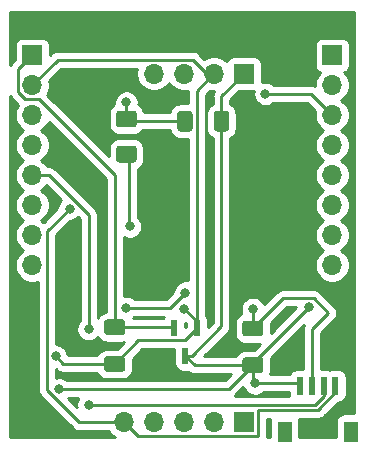
<source format=gbr>
%TF.GenerationSoftware,KiCad,Pcbnew,(5.1.8)-1*%
%TF.CreationDate,2021-02-07T13:37:49+01:00*%
%TF.ProjectId,CO2-PlatineMZ-H19,434f322d-506c-4617-9469-6e654d5a2d48,rev?*%
%TF.SameCoordinates,Original*%
%TF.FileFunction,Copper,L1,Top*%
%TF.FilePolarity,Positive*%
%FSLAX46Y46*%
G04 Gerber Fmt 4.6, Leading zero omitted, Abs format (unit mm)*
G04 Created by KiCad (PCBNEW (5.1.8)-1) date 2021-02-07 13:37:49*
%MOMM*%
%LPD*%
G01*
G04 APERTURE LIST*
%TA.AperFunction,ComponentPad*%
%ADD10R,1.700000X1.700000*%
%TD*%
%TA.AperFunction,ComponentPad*%
%ADD11O,1.700000X1.700000*%
%TD*%
%TA.AperFunction,SMDPad,CuDef*%
%ADD12R,0.600000X1.380000*%
%TD*%
%TA.AperFunction,SMDPad,CuDef*%
%ADD13R,1.200000X1.800000*%
%TD*%
%TA.AperFunction,SMDPad,CuDef*%
%ADD14R,0.600000X1.550000*%
%TD*%
%TA.AperFunction,ViaPad*%
%ADD15C,0.800000*%
%TD*%
%TA.AperFunction,Conductor*%
%ADD16C,0.250000*%
%TD*%
%TA.AperFunction,NonConductor*%
%ADD17C,0.254000*%
%TD*%
%TA.AperFunction,NonConductor*%
%ADD18C,0.100000*%
%TD*%
G04 APERTURE END LIST*
D10*
%TO.P,J3,1*%
%TO.N,N/C*%
X76360000Y-76800000D03*
D11*
%TO.P,J3,2*%
%TO.N,TX*%
X73820000Y-76800000D03*
%TO.P,J3,3*%
%TO.N,RX*%
X71280000Y-76800000D03*
%TO.P,J3,4*%
%TO.N,N/C*%
X68740000Y-76800000D03*
%TO.P,J3,5*%
%TO.N,HD*%
X66200000Y-76800000D03*
%TD*%
%TO.P,C1,1*%
%TO.N,+5V*%
%TA.AperFunction,SMDPad,CuDef*%
G36*
G01*
X77750003Y-72625000D02*
X76449997Y-72625000D01*
G75*
G02*
X76200000Y-72375003I0J249997D01*
G01*
X76200000Y-71549997D01*
G75*
G02*
X76449997Y-71300000I249997J0D01*
G01*
X77750003Y-71300000D01*
G75*
G02*
X78000000Y-71549997I0J-249997D01*
G01*
X78000000Y-72375003D01*
G75*
G02*
X77750003Y-72625000I-249997J0D01*
G01*
G37*
%TD.AperFunction*%
%TO.P,C1,2*%
%TO.N,GND*%
%TA.AperFunction,SMDPad,CuDef*%
G36*
G01*
X77750003Y-69500000D02*
X76449997Y-69500000D01*
G75*
G02*
X76200000Y-69250003I0J249997D01*
G01*
X76200000Y-68424997D01*
G75*
G02*
X76449997Y-68175000I249997J0D01*
G01*
X77750003Y-68175000D01*
G75*
G02*
X78000000Y-68424997I0J-249997D01*
G01*
X78000000Y-69250003D01*
G75*
G02*
X77750003Y-69500000I-249997J0D01*
G01*
G37*
%TD.AperFunction*%
%TD*%
%TO.P,C2,2*%
%TO.N,GND*%
%TA.AperFunction,SMDPad,CuDef*%
G36*
G01*
X64749997Y-71200000D02*
X66050003Y-71200000D01*
G75*
G02*
X66300000Y-71449997I0J-249997D01*
G01*
X66300000Y-72275003D01*
G75*
G02*
X66050003Y-72525000I-249997J0D01*
G01*
X64749997Y-72525000D01*
G75*
G02*
X64500000Y-72275003I0J249997D01*
G01*
X64500000Y-71449997D01*
G75*
G02*
X64749997Y-71200000I249997J0D01*
G01*
G37*
%TD.AperFunction*%
%TO.P,C2,1*%
%TO.N,+3V3*%
%TA.AperFunction,SMDPad,CuDef*%
G36*
G01*
X64749997Y-68075000D02*
X66050003Y-68075000D01*
G75*
G02*
X66300000Y-68324997I0J-249997D01*
G01*
X66300000Y-69150003D01*
G75*
G02*
X66050003Y-69400000I-249997J0D01*
G01*
X64749997Y-69400000D01*
G75*
G02*
X64500000Y-69150003I0J249997D01*
G01*
X64500000Y-68324997D01*
G75*
G02*
X64749997Y-68075000I249997J0D01*
G01*
G37*
%TD.AperFunction*%
%TD*%
%TO.P,D1,1*%
%TO.N,PC1*%
%TA.AperFunction,SMDPad,CuDef*%
G36*
G01*
X67025000Y-54800000D02*
X65775000Y-54800000D01*
G75*
G02*
X65525000Y-54550000I0J250000D01*
G01*
X65525000Y-53625000D01*
G75*
G02*
X65775000Y-53375000I250000J0D01*
G01*
X67025000Y-53375000D01*
G75*
G02*
X67275000Y-53625000I0J-250000D01*
G01*
X67275000Y-54550000D01*
G75*
G02*
X67025000Y-54800000I-250000J0D01*
G01*
G37*
%TD.AperFunction*%
%TO.P,D1,2*%
%TO.N,Net-(D1-Pad2)*%
%TA.AperFunction,SMDPad,CuDef*%
G36*
G01*
X67025000Y-51825000D02*
X65775000Y-51825000D01*
G75*
G02*
X65525000Y-51575000I0J250000D01*
G01*
X65525000Y-50650000D01*
G75*
G02*
X65775000Y-50400000I250000J0D01*
G01*
X67025000Y-50400000D01*
G75*
G02*
X67275000Y-50650000I0J-250000D01*
G01*
X67275000Y-51575000D01*
G75*
G02*
X67025000Y-51825000I-250000J0D01*
G01*
G37*
%TD.AperFunction*%
%TD*%
D10*
%TO.P,J1,1*%
%TO.N,+3V3*%
X58420000Y-45710000D03*
D11*
%TO.P,J1,2*%
%TO.N,GND*%
X58420000Y-48250000D03*
%TO.P,J1,3*%
%TO.N,N/C*%
X58420000Y-50790000D03*
%TO.P,J1,4*%
X58420000Y-53330000D03*
%TO.P,J1,5*%
%TO.N,AdHoc*%
X58420000Y-55870000D03*
%TO.P,J1,6*%
%TO.N,PC1*%
X58420000Y-58410000D03*
%TO.P,J1,7*%
%TO.N,N/C*%
X58420000Y-60950000D03*
%TO.P,J1,8*%
X58420000Y-63490000D03*
%TD*%
%TO.P,J2,8*%
%TO.N,N/C*%
X83820000Y-63490000D03*
%TO.P,J2,7*%
X83820000Y-60950000D03*
%TO.P,J2,6*%
X83820000Y-58410000D03*
%TO.P,J2,5*%
X83820000Y-55870000D03*
%TO.P,J2,4*%
%TO.N,PWM*%
X83820000Y-53330000D03*
%TO.P,J2,3*%
%TO.N,HD*%
X83820000Y-50790000D03*
%TO.P,J2,2*%
%TO.N,RX*%
X83820000Y-48250000D03*
D10*
%TO.P,J2,1*%
%TO.N,TX*%
X83820000Y-45710000D03*
%TD*%
%TO.P,R1,1*%
%TO.N,+5V*%
%TA.AperFunction,SMDPad,CuDef*%
G36*
G01*
X75100000Y-50674999D02*
X75100000Y-51925001D01*
G75*
G02*
X74850001Y-52175000I-249999J0D01*
G01*
X74049999Y-52175000D01*
G75*
G02*
X73800000Y-51925001I0J249999D01*
G01*
X73800000Y-50674999D01*
G75*
G02*
X74049999Y-50425000I249999J0D01*
G01*
X74850001Y-50425000D01*
G75*
G02*
X75100000Y-50674999I0J-249999D01*
G01*
G37*
%TD.AperFunction*%
%TO.P,R1,2*%
%TO.N,Net-(D1-Pad2)*%
%TA.AperFunction,SMDPad,CuDef*%
G36*
G01*
X72000000Y-50674999D02*
X72000000Y-51925001D01*
G75*
G02*
X71750001Y-52175000I-249999J0D01*
G01*
X70949999Y-52175000D01*
G75*
G02*
X70700000Y-51925001I0J249999D01*
G01*
X70700000Y-50674999D01*
G75*
G02*
X70949999Y-50425000I249999J0D01*
G01*
X71750001Y-50425000D01*
G75*
G02*
X72000000Y-50674999I0J-249999D01*
G01*
G37*
%TD.AperFunction*%
%TD*%
%TO.P,J4,1*%
%TO.N,+5V*%
X76360000Y-47260000D03*
D11*
%TO.P,J4,2*%
%TO.N,GND*%
X73820000Y-47260000D03*
%TO.P,J4,3*%
%TO.N,N/C*%
X71280000Y-47260000D03*
%TO.P,J4,4*%
%TO.N,PWM*%
X68740000Y-47260000D03*
%TD*%
D12*
%TO.P,U2,1*%
%TO.N,GND*%
X72350000Y-68835000D03*
%TO.P,U2,2*%
%TO.N,+3V3*%
X70450000Y-68835000D03*
%TO.P,U2,3*%
%TO.N,+5V*%
X71400000Y-71165000D03*
%TD*%
D13*
%TO.P,J5,S2*%
%TO.N,N/C*%
X85400000Y-77575000D03*
%TO.P,J5,S1*%
X79800000Y-77575000D03*
D14*
%TO.P,J5,1*%
%TO.N,+5V*%
X81100000Y-73700000D03*
%TO.P,J5,2*%
%TO.N,GND*%
X82100000Y-73700000D03*
%TO.P,J5,3*%
%TO.N,AdHoc*%
X83100000Y-73700000D03*
%TO.P,J5,4*%
%TO.N,HD*%
X84100000Y-73700000D03*
%TD*%
D15*
%TO.N,+5V*%
X81900000Y-67000000D03*
X77300000Y-73500000D03*
X60700000Y-74000000D03*
%TO.N,GND*%
X60400000Y-71200000D03*
X71300000Y-67200000D03*
X77100000Y-67200000D03*
%TO.N,PC1*%
X66700000Y-60200000D03*
%TO.N,Net-(D1-Pad2)*%
X66400000Y-49700000D03*
%TO.N,Net-(D2-Pad2)*%
X71400000Y-65800000D03*
X66400000Y-67100000D03*
%TO.N,HD*%
X61600000Y-58700000D03*
X78174999Y-48974999D03*
%TO.N,AdHoc*%
X63200000Y-75300000D03*
X63200000Y-68900000D03*
%TD*%
D16*
%TO.N,+5V*%
X75062500Y-74000000D02*
X77100000Y-71962500D01*
X72197500Y-71962500D02*
X71400000Y-71165000D01*
X77100000Y-71962500D02*
X72197500Y-71962500D01*
X74450000Y-68665000D02*
X74450000Y-55600000D01*
X71950000Y-71165000D02*
X74450000Y-68665000D01*
X71400000Y-71165000D02*
X71950000Y-71165000D01*
X77100000Y-73300000D02*
X77300000Y-73500000D01*
X77100000Y-71962500D02*
X77100000Y-73300000D01*
X74500000Y-51250000D02*
X74450000Y-51300000D01*
X74450000Y-55600000D02*
X74450000Y-51300000D01*
X60700000Y-74000000D02*
X75062500Y-74000000D01*
X77100000Y-71800000D02*
X81900000Y-67000000D01*
X77100000Y-71962500D02*
X77100000Y-71800000D01*
X74450000Y-49170000D02*
X76360000Y-47260000D01*
X74450000Y-51300000D02*
X74450000Y-49170000D01*
X80900000Y-73500000D02*
X81100000Y-73700000D01*
X77300000Y-73500000D02*
X80900000Y-73500000D01*
%TO.N,GND*%
X67412499Y-69850001D02*
X65400000Y-71862500D01*
X71334999Y-69850001D02*
X67412499Y-69850001D01*
X72350000Y-68835000D02*
X71334999Y-69850001D01*
X72350000Y-68250000D02*
X71300000Y-67200000D01*
X72350000Y-68835000D02*
X72350000Y-68250000D01*
X77100000Y-68837500D02*
X77100000Y-67200000D01*
X65337500Y-71800000D02*
X65400000Y-71862500D01*
X72350000Y-54950000D02*
X72350000Y-54761810D01*
X72350000Y-68835000D02*
X72350000Y-54950000D01*
X65400000Y-71862500D02*
X65400000Y-71650000D01*
X61062500Y-71862500D02*
X60400000Y-71200000D01*
X65400000Y-71862500D02*
X61062500Y-71862500D01*
X72008589Y-46084999D02*
X60585001Y-46084999D01*
X60585001Y-46084999D02*
X58420000Y-48250000D01*
X73501795Y-47578205D02*
X72008589Y-46084999D01*
X72350000Y-48730000D02*
X73501795Y-47578205D01*
X72350000Y-54950000D02*
X72350000Y-48730000D01*
X82248001Y-66274999D02*
X83500001Y-67526999D01*
X79662501Y-66274999D02*
X82248001Y-66274999D01*
X77100000Y-68837500D02*
X79662501Y-66274999D01*
X82100000Y-68927000D02*
X82100000Y-73700000D01*
X83500001Y-67526999D02*
X82100000Y-68927000D01*
%TO.N,+3V3*%
X57244999Y-48814001D02*
X57244999Y-46885001D01*
X57244999Y-46885001D02*
X58420000Y-45710000D01*
X57855999Y-49425001D02*
X57244999Y-48814001D01*
X58984001Y-49425001D02*
X57855999Y-49425001D01*
X65400000Y-55841000D02*
X58984001Y-49425001D01*
X65400000Y-68737500D02*
X65400000Y-55841000D01*
X70352500Y-68737500D02*
X70450000Y-68835000D01*
X65400000Y-68737500D02*
X70352500Y-68737500D01*
%TO.N,PC1*%
X66600000Y-54287500D02*
X66400000Y-54087500D01*
X66600000Y-60100000D02*
X66600000Y-54287500D01*
X66700000Y-60200000D02*
X66600000Y-60100000D01*
%TO.N,Net-(D1-Pad2)*%
X66400000Y-49700000D02*
X66400000Y-51112500D01*
X66587500Y-51300000D02*
X66400000Y-51112500D01*
X71350000Y-51300000D02*
X66587500Y-51300000D01*
%TO.N,Net-(D2-Pad2)*%
X70100000Y-67100000D02*
X66400000Y-67100000D01*
X71400000Y-65800000D02*
X70100000Y-67100000D01*
%TO.N,HD*%
X59674999Y-74048001D02*
X59674999Y-60625001D01*
X62426998Y-76800000D02*
X59674999Y-74048001D01*
X66200000Y-76800000D02*
X62426998Y-76800000D01*
X59674999Y-60625001D02*
X61600000Y-58700000D01*
X82004999Y-48974999D02*
X83820000Y-50790000D01*
X78174999Y-48974999D02*
X82004999Y-48974999D01*
X66200000Y-76800000D02*
X67375001Y-77975001D01*
X77470001Y-77975001D02*
X67375001Y-77975001D01*
X77535001Y-75750010D02*
X77535001Y-77910001D01*
X77535001Y-77910001D02*
X77470001Y-77975001D01*
X82586400Y-75750010D02*
X77535001Y-75750010D01*
X84100000Y-74236410D02*
X82586400Y-75750010D01*
X84100000Y-73700000D02*
X84100000Y-74236410D01*
%TO.N,AdHoc*%
X82400000Y-75300000D02*
X63200000Y-75300000D01*
X59843002Y-55870000D02*
X58420000Y-55870000D01*
X63200000Y-59226998D02*
X59843002Y-55870000D01*
X63200000Y-68900000D02*
X63200000Y-59226998D01*
X83100000Y-74600000D02*
X83100000Y-73700000D01*
X82400000Y-75300000D02*
X83100000Y-74600000D01*
%TD*%
D17*
X56610025Y-49238277D02*
X56633799Y-49267245D01*
X56704998Y-49354002D01*
X56734001Y-49377804D01*
X57239704Y-49883509D01*
X57104010Y-50086589D01*
X56992068Y-50356842D01*
X56935000Y-50643740D01*
X56935000Y-50936260D01*
X56992068Y-51223158D01*
X57104010Y-51493411D01*
X57266525Y-51736632D01*
X57473368Y-51943475D01*
X57647760Y-52060000D01*
X57473368Y-52176525D01*
X57266525Y-52383368D01*
X57104010Y-52626589D01*
X56992068Y-52896842D01*
X56935000Y-53183740D01*
X56935000Y-53476260D01*
X56992068Y-53763158D01*
X57104010Y-54033411D01*
X57266525Y-54276632D01*
X57473368Y-54483475D01*
X57647760Y-54600000D01*
X57473368Y-54716525D01*
X57266525Y-54923368D01*
X57104010Y-55166589D01*
X56992068Y-55436842D01*
X56935000Y-55723740D01*
X56935000Y-56016260D01*
X56992068Y-56303158D01*
X57104010Y-56573411D01*
X57266525Y-56816632D01*
X57473368Y-57023475D01*
X57647760Y-57140000D01*
X57473368Y-57256525D01*
X57266525Y-57463368D01*
X57104010Y-57706589D01*
X56992068Y-57976842D01*
X56935000Y-58263740D01*
X56935000Y-58556260D01*
X56992068Y-58843158D01*
X57104010Y-59113411D01*
X57266525Y-59356632D01*
X57473368Y-59563475D01*
X57647760Y-59680000D01*
X57473368Y-59796525D01*
X57266525Y-60003368D01*
X57104010Y-60246589D01*
X56992068Y-60516842D01*
X56935000Y-60803740D01*
X56935000Y-61096260D01*
X56992068Y-61383158D01*
X57104010Y-61653411D01*
X57266525Y-61896632D01*
X57473368Y-62103475D01*
X57647760Y-62220000D01*
X57473368Y-62336525D01*
X57266525Y-62543368D01*
X57104010Y-62786589D01*
X56992068Y-63056842D01*
X56935000Y-63343740D01*
X56935000Y-63636260D01*
X56992068Y-63923158D01*
X57104010Y-64193411D01*
X57266525Y-64436632D01*
X57473368Y-64643475D01*
X57716589Y-64805990D01*
X57986842Y-64917932D01*
X58273740Y-64975000D01*
X58566260Y-64975000D01*
X58853158Y-64917932D01*
X58915000Y-64892316D01*
X58914999Y-74010679D01*
X58911323Y-74048001D01*
X58914999Y-74085323D01*
X58914999Y-74085333D01*
X58925996Y-74196986D01*
X58969453Y-74340247D01*
X59040025Y-74472277D01*
X59058859Y-74495226D01*
X59134998Y-74588002D01*
X59164002Y-74611805D01*
X61863198Y-77311002D01*
X61886997Y-77340001D01*
X62002722Y-77434974D01*
X62134751Y-77505546D01*
X62278012Y-77549003D01*
X62389665Y-77560000D01*
X62389674Y-77560000D01*
X62426997Y-77563676D01*
X62464320Y-77560000D01*
X64921822Y-77560000D01*
X65046525Y-77746632D01*
X65253368Y-77953475D01*
X65405311Y-78055000D01*
X56565000Y-78055000D01*
X56565000Y-49154042D01*
X56610025Y-49238277D01*
%TA.AperFunction,NonConductor*%
D18*
G36*
X56610025Y-49238277D02*
G01*
X56633799Y-49267245D01*
X56704998Y-49354002D01*
X56734001Y-49377804D01*
X57239704Y-49883509D01*
X57104010Y-50086589D01*
X56992068Y-50356842D01*
X56935000Y-50643740D01*
X56935000Y-50936260D01*
X56992068Y-51223158D01*
X57104010Y-51493411D01*
X57266525Y-51736632D01*
X57473368Y-51943475D01*
X57647760Y-52060000D01*
X57473368Y-52176525D01*
X57266525Y-52383368D01*
X57104010Y-52626589D01*
X56992068Y-52896842D01*
X56935000Y-53183740D01*
X56935000Y-53476260D01*
X56992068Y-53763158D01*
X57104010Y-54033411D01*
X57266525Y-54276632D01*
X57473368Y-54483475D01*
X57647760Y-54600000D01*
X57473368Y-54716525D01*
X57266525Y-54923368D01*
X57104010Y-55166589D01*
X56992068Y-55436842D01*
X56935000Y-55723740D01*
X56935000Y-56016260D01*
X56992068Y-56303158D01*
X57104010Y-56573411D01*
X57266525Y-56816632D01*
X57473368Y-57023475D01*
X57647760Y-57140000D01*
X57473368Y-57256525D01*
X57266525Y-57463368D01*
X57104010Y-57706589D01*
X56992068Y-57976842D01*
X56935000Y-58263740D01*
X56935000Y-58556260D01*
X56992068Y-58843158D01*
X57104010Y-59113411D01*
X57266525Y-59356632D01*
X57473368Y-59563475D01*
X57647760Y-59680000D01*
X57473368Y-59796525D01*
X57266525Y-60003368D01*
X57104010Y-60246589D01*
X56992068Y-60516842D01*
X56935000Y-60803740D01*
X56935000Y-61096260D01*
X56992068Y-61383158D01*
X57104010Y-61653411D01*
X57266525Y-61896632D01*
X57473368Y-62103475D01*
X57647760Y-62220000D01*
X57473368Y-62336525D01*
X57266525Y-62543368D01*
X57104010Y-62786589D01*
X56992068Y-63056842D01*
X56935000Y-63343740D01*
X56935000Y-63636260D01*
X56992068Y-63923158D01*
X57104010Y-64193411D01*
X57266525Y-64436632D01*
X57473368Y-64643475D01*
X57716589Y-64805990D01*
X57986842Y-64917932D01*
X58273740Y-64975000D01*
X58566260Y-64975000D01*
X58853158Y-64917932D01*
X58915000Y-64892316D01*
X58914999Y-74010679D01*
X58911323Y-74048001D01*
X58914999Y-74085323D01*
X58914999Y-74085333D01*
X58925996Y-74196986D01*
X58969453Y-74340247D01*
X59040025Y-74472277D01*
X59058859Y-74495226D01*
X59134998Y-74588002D01*
X59164002Y-74611805D01*
X61863198Y-77311002D01*
X61886997Y-77340001D01*
X62002722Y-77434974D01*
X62134751Y-77505546D01*
X62278012Y-77549003D01*
X62389665Y-77560000D01*
X62389674Y-77560000D01*
X62426997Y-77563676D01*
X62464320Y-77560000D01*
X64921822Y-77560000D01*
X65046525Y-77746632D01*
X65253368Y-77953475D01*
X65405311Y-78055000D01*
X56565000Y-78055000D01*
X56565000Y-49154042D01*
X56610025Y-49238277D01*
G37*
%TD.AperFunction*%
D17*
X78574188Y-76550518D02*
X78561928Y-76675000D01*
X78561928Y-78055000D01*
X78284397Y-78055000D01*
X78295001Y-77947334D01*
X78295001Y-77947323D01*
X78298677Y-77910001D01*
X78295001Y-77872678D01*
X78295001Y-76510010D01*
X78586476Y-76510010D01*
X78574188Y-76550518D01*
%TA.AperFunction,NonConductor*%
D18*
G36*
X78574188Y-76550518D02*
G01*
X78561928Y-76675000D01*
X78561928Y-78055000D01*
X78284397Y-78055000D01*
X78295001Y-77947334D01*
X78295001Y-77947323D01*
X78298677Y-77910001D01*
X78295001Y-77872678D01*
X78295001Y-76510010D01*
X78586476Y-76510010D01*
X78574188Y-76550518D01*
G37*
%TD.AperFunction*%
D17*
X85675001Y-76036928D02*
X84800000Y-76036928D01*
X84675518Y-76049188D01*
X84555820Y-76085498D01*
X84445506Y-76144463D01*
X84348815Y-76223815D01*
X84269463Y-76320506D01*
X84210498Y-76430820D01*
X84174188Y-76550518D01*
X84161928Y-76675000D01*
X84161928Y-78055000D01*
X81038072Y-78055000D01*
X81038072Y-76675000D01*
X81025812Y-76550518D01*
X81013524Y-76510010D01*
X82549078Y-76510010D01*
X82586400Y-76513686D01*
X82623722Y-76510010D01*
X82623733Y-76510010D01*
X82735386Y-76499013D01*
X82878647Y-76455556D01*
X83010676Y-76384984D01*
X83126401Y-76290011D01*
X83150204Y-76261007D01*
X84298140Y-75113072D01*
X84400000Y-75113072D01*
X84524482Y-75100812D01*
X84644180Y-75064502D01*
X84754494Y-75005537D01*
X84851185Y-74926185D01*
X84930537Y-74829494D01*
X84989502Y-74719180D01*
X85025812Y-74599482D01*
X85038072Y-74475000D01*
X85038072Y-72925000D01*
X85025812Y-72800518D01*
X84989502Y-72680820D01*
X84930537Y-72570506D01*
X84851185Y-72473815D01*
X84754494Y-72394463D01*
X84644180Y-72335498D01*
X84524482Y-72299188D01*
X84400000Y-72286928D01*
X83800000Y-72286928D01*
X83675518Y-72299188D01*
X83600000Y-72322096D01*
X83524482Y-72299188D01*
X83400000Y-72286928D01*
X82860000Y-72286928D01*
X82860000Y-69241801D01*
X84011019Y-68090784D01*
X84040001Y-68066999D01*
X84063785Y-68038018D01*
X84063800Y-68038003D01*
X84134974Y-67951276D01*
X84205546Y-67819246D01*
X84249003Y-67675986D01*
X84263677Y-67527000D01*
X84262908Y-67519188D01*
X84249003Y-67378012D01*
X84205546Y-67234752D01*
X84134974Y-67102722D01*
X84063800Y-67015995D01*
X84063785Y-67015980D01*
X84040001Y-66986999D01*
X84011019Y-66963214D01*
X82811804Y-65764001D01*
X82788002Y-65734998D01*
X82672277Y-65640025D01*
X82540248Y-65569453D01*
X82396987Y-65525996D01*
X82285334Y-65514999D01*
X82285323Y-65514999D01*
X82248001Y-65511323D01*
X82210679Y-65514999D01*
X79699826Y-65514999D01*
X79662501Y-65511323D01*
X79625176Y-65514999D01*
X79625168Y-65514999D01*
X79513515Y-65525996D01*
X79370254Y-65569453D01*
X79238225Y-65640025D01*
X79122500Y-65734998D01*
X79098702Y-65763996D01*
X78056965Y-66805733D01*
X78017205Y-66709744D01*
X77903937Y-66540226D01*
X77759774Y-66396063D01*
X77590256Y-66282795D01*
X77401898Y-66204774D01*
X77201939Y-66165000D01*
X76998061Y-66165000D01*
X76798102Y-66204774D01*
X76609744Y-66282795D01*
X76440226Y-66396063D01*
X76296063Y-66540226D01*
X76182795Y-66709744D01*
X76104774Y-66898102D01*
X76065000Y-67098061D01*
X76065000Y-67301939D01*
X76104774Y-67501898D01*
X76143140Y-67594520D01*
X76110148Y-67604528D01*
X75956612Y-67686595D01*
X75822037Y-67797037D01*
X75711595Y-67931612D01*
X75629528Y-68085148D01*
X75578992Y-68251743D01*
X75561928Y-68424997D01*
X75561928Y-69250003D01*
X75578992Y-69423257D01*
X75629528Y-69589852D01*
X75711595Y-69743388D01*
X75822037Y-69877963D01*
X75956612Y-69988405D01*
X76110148Y-70070472D01*
X76276743Y-70121008D01*
X76449997Y-70138072D01*
X77687127Y-70138072D01*
X77163271Y-70661928D01*
X76449997Y-70661928D01*
X76276743Y-70678992D01*
X76110148Y-70729528D01*
X75956612Y-70811595D01*
X75822037Y-70922037D01*
X75711595Y-71056612D01*
X75633616Y-71202500D01*
X72987301Y-71202500D01*
X74961004Y-69228798D01*
X74990001Y-69205001D01*
X75039690Y-69144455D01*
X75084974Y-69089277D01*
X75155546Y-68957247D01*
X75164721Y-68927000D01*
X75199003Y-68813986D01*
X75210000Y-68702333D01*
X75210000Y-68702323D01*
X75213676Y-68665000D01*
X75210000Y-68627677D01*
X75210000Y-52734702D01*
X75343387Y-52663405D01*
X75477962Y-52552962D01*
X75588405Y-52418387D01*
X75670472Y-52264851D01*
X75721008Y-52098255D01*
X75738072Y-51925001D01*
X75738072Y-50674999D01*
X75721008Y-50501745D01*
X75670472Y-50335149D01*
X75588405Y-50181613D01*
X75477962Y-50047038D01*
X75343387Y-49936595D01*
X75210000Y-49865298D01*
X75210000Y-49484801D01*
X75946730Y-48748072D01*
X77164860Y-48748072D01*
X77139999Y-48873060D01*
X77139999Y-49076938D01*
X77179773Y-49276897D01*
X77257794Y-49465255D01*
X77371062Y-49634773D01*
X77515225Y-49778936D01*
X77684743Y-49892204D01*
X77873101Y-49970225D01*
X78073060Y-50009999D01*
X78276938Y-50009999D01*
X78476897Y-49970225D01*
X78665255Y-49892204D01*
X78834773Y-49778936D01*
X78878710Y-49734999D01*
X81690198Y-49734999D01*
X82378790Y-50423592D01*
X82335000Y-50643740D01*
X82335000Y-50936260D01*
X82392068Y-51223158D01*
X82504010Y-51493411D01*
X82666525Y-51736632D01*
X82873368Y-51943475D01*
X83047760Y-52060000D01*
X82873368Y-52176525D01*
X82666525Y-52383368D01*
X82504010Y-52626589D01*
X82392068Y-52896842D01*
X82335000Y-53183740D01*
X82335000Y-53476260D01*
X82392068Y-53763158D01*
X82504010Y-54033411D01*
X82666525Y-54276632D01*
X82873368Y-54483475D01*
X83047760Y-54600000D01*
X82873368Y-54716525D01*
X82666525Y-54923368D01*
X82504010Y-55166589D01*
X82392068Y-55436842D01*
X82335000Y-55723740D01*
X82335000Y-56016260D01*
X82392068Y-56303158D01*
X82504010Y-56573411D01*
X82666525Y-56816632D01*
X82873368Y-57023475D01*
X83047760Y-57140000D01*
X82873368Y-57256525D01*
X82666525Y-57463368D01*
X82504010Y-57706589D01*
X82392068Y-57976842D01*
X82335000Y-58263740D01*
X82335000Y-58556260D01*
X82392068Y-58843158D01*
X82504010Y-59113411D01*
X82666525Y-59356632D01*
X82873368Y-59563475D01*
X83047760Y-59680000D01*
X82873368Y-59796525D01*
X82666525Y-60003368D01*
X82504010Y-60246589D01*
X82392068Y-60516842D01*
X82335000Y-60803740D01*
X82335000Y-61096260D01*
X82392068Y-61383158D01*
X82504010Y-61653411D01*
X82666525Y-61896632D01*
X82873368Y-62103475D01*
X83047760Y-62220000D01*
X82873368Y-62336525D01*
X82666525Y-62543368D01*
X82504010Y-62786589D01*
X82392068Y-63056842D01*
X82335000Y-63343740D01*
X82335000Y-63636260D01*
X82392068Y-63923158D01*
X82504010Y-64193411D01*
X82666525Y-64436632D01*
X82873368Y-64643475D01*
X83116589Y-64805990D01*
X83386842Y-64917932D01*
X83673740Y-64975000D01*
X83966260Y-64975000D01*
X84253158Y-64917932D01*
X84523411Y-64805990D01*
X84766632Y-64643475D01*
X84973475Y-64436632D01*
X85135990Y-64193411D01*
X85247932Y-63923158D01*
X85305000Y-63636260D01*
X85305000Y-63343740D01*
X85247932Y-63056842D01*
X85135990Y-62786589D01*
X84973475Y-62543368D01*
X84766632Y-62336525D01*
X84592240Y-62220000D01*
X84766632Y-62103475D01*
X84973475Y-61896632D01*
X85135990Y-61653411D01*
X85247932Y-61383158D01*
X85305000Y-61096260D01*
X85305000Y-60803740D01*
X85247932Y-60516842D01*
X85135990Y-60246589D01*
X84973475Y-60003368D01*
X84766632Y-59796525D01*
X84592240Y-59680000D01*
X84766632Y-59563475D01*
X84973475Y-59356632D01*
X85135990Y-59113411D01*
X85247932Y-58843158D01*
X85305000Y-58556260D01*
X85305000Y-58263740D01*
X85247932Y-57976842D01*
X85135990Y-57706589D01*
X84973475Y-57463368D01*
X84766632Y-57256525D01*
X84592240Y-57140000D01*
X84766632Y-57023475D01*
X84973475Y-56816632D01*
X85135990Y-56573411D01*
X85247932Y-56303158D01*
X85305000Y-56016260D01*
X85305000Y-55723740D01*
X85247932Y-55436842D01*
X85135990Y-55166589D01*
X84973475Y-54923368D01*
X84766632Y-54716525D01*
X84592240Y-54600000D01*
X84766632Y-54483475D01*
X84973475Y-54276632D01*
X85135990Y-54033411D01*
X85247932Y-53763158D01*
X85305000Y-53476260D01*
X85305000Y-53183740D01*
X85247932Y-52896842D01*
X85135990Y-52626589D01*
X84973475Y-52383368D01*
X84766632Y-52176525D01*
X84592240Y-52060000D01*
X84766632Y-51943475D01*
X84973475Y-51736632D01*
X85135990Y-51493411D01*
X85247932Y-51223158D01*
X85305000Y-50936260D01*
X85305000Y-50643740D01*
X85247932Y-50356842D01*
X85135990Y-50086589D01*
X84973475Y-49843368D01*
X84766632Y-49636525D01*
X84592240Y-49520000D01*
X84766632Y-49403475D01*
X84973475Y-49196632D01*
X85135990Y-48953411D01*
X85247932Y-48683158D01*
X85305000Y-48396260D01*
X85305000Y-48103740D01*
X85247932Y-47816842D01*
X85135990Y-47546589D01*
X84973475Y-47303368D01*
X84841620Y-47171513D01*
X84914180Y-47149502D01*
X85024494Y-47090537D01*
X85121185Y-47011185D01*
X85200537Y-46914494D01*
X85259502Y-46804180D01*
X85295812Y-46684482D01*
X85308072Y-46560000D01*
X85308072Y-44860000D01*
X85295812Y-44735518D01*
X85259502Y-44615820D01*
X85200537Y-44505506D01*
X85121185Y-44408815D01*
X85024494Y-44329463D01*
X84914180Y-44270498D01*
X84794482Y-44234188D01*
X84670000Y-44221928D01*
X82970000Y-44221928D01*
X82845518Y-44234188D01*
X82725820Y-44270498D01*
X82615506Y-44329463D01*
X82518815Y-44408815D01*
X82439463Y-44505506D01*
X82380498Y-44615820D01*
X82344188Y-44735518D01*
X82331928Y-44860000D01*
X82331928Y-46560000D01*
X82344188Y-46684482D01*
X82380498Y-46804180D01*
X82439463Y-46914494D01*
X82518815Y-47011185D01*
X82615506Y-47090537D01*
X82725820Y-47149502D01*
X82798380Y-47171513D01*
X82666525Y-47303368D01*
X82504010Y-47546589D01*
X82392068Y-47816842D01*
X82335000Y-48103740D01*
X82335000Y-48289633D01*
X82297246Y-48269453D01*
X82153985Y-48225996D01*
X82042332Y-48214999D01*
X82042321Y-48214999D01*
X82004999Y-48211323D01*
X81967677Y-48214999D01*
X78878710Y-48214999D01*
X78834773Y-48171062D01*
X78665255Y-48057794D01*
X78476897Y-47979773D01*
X78276938Y-47939999D01*
X78073060Y-47939999D01*
X77873101Y-47979773D01*
X77848072Y-47990140D01*
X77848072Y-46410000D01*
X77835812Y-46285518D01*
X77799502Y-46165820D01*
X77740537Y-46055506D01*
X77661185Y-45958815D01*
X77564494Y-45879463D01*
X77454180Y-45820498D01*
X77334482Y-45784188D01*
X77210000Y-45771928D01*
X75510000Y-45771928D01*
X75385518Y-45784188D01*
X75265820Y-45820498D01*
X75155506Y-45879463D01*
X75058815Y-45958815D01*
X74979463Y-46055506D01*
X74920498Y-46165820D01*
X74898487Y-46238380D01*
X74766632Y-46106525D01*
X74523411Y-45944010D01*
X74253158Y-45832068D01*
X73966260Y-45775000D01*
X73673740Y-45775000D01*
X73386842Y-45832068D01*
X73116589Y-45944010D01*
X73012171Y-46013780D01*
X72572393Y-45574002D01*
X72548590Y-45544998D01*
X72432865Y-45450025D01*
X72300836Y-45379453D01*
X72157575Y-45335996D01*
X72045922Y-45324999D01*
X72045911Y-45324999D01*
X72008589Y-45321323D01*
X71971267Y-45324999D01*
X60622326Y-45324999D01*
X60585001Y-45321323D01*
X60547676Y-45324999D01*
X60547668Y-45324999D01*
X60436015Y-45335996D01*
X60292754Y-45379453D01*
X60160725Y-45450025D01*
X60045000Y-45544998D01*
X60021202Y-45573996D01*
X59908072Y-45687126D01*
X59908072Y-44860000D01*
X59895812Y-44735518D01*
X59859502Y-44615820D01*
X59800537Y-44505506D01*
X59721185Y-44408815D01*
X59624494Y-44329463D01*
X59514180Y-44270498D01*
X59394482Y-44234188D01*
X59270000Y-44221928D01*
X57570000Y-44221928D01*
X57445518Y-44234188D01*
X57325820Y-44270498D01*
X57215506Y-44329463D01*
X57118815Y-44408815D01*
X57039463Y-44505506D01*
X56980498Y-44615820D01*
X56944188Y-44735518D01*
X56931928Y-44860000D01*
X56931928Y-46123271D01*
X56733997Y-46321202D01*
X56704999Y-46345000D01*
X56681201Y-46373998D01*
X56681200Y-46373999D01*
X56610025Y-46460725D01*
X56565000Y-46544960D01*
X56565000Y-42085000D01*
X85675000Y-42085000D01*
X85675001Y-76036928D01*
%TA.AperFunction,NonConductor*%
D18*
G36*
X85675001Y-76036928D02*
G01*
X84800000Y-76036928D01*
X84675518Y-76049188D01*
X84555820Y-76085498D01*
X84445506Y-76144463D01*
X84348815Y-76223815D01*
X84269463Y-76320506D01*
X84210498Y-76430820D01*
X84174188Y-76550518D01*
X84161928Y-76675000D01*
X84161928Y-78055000D01*
X81038072Y-78055000D01*
X81038072Y-76675000D01*
X81025812Y-76550518D01*
X81013524Y-76510010D01*
X82549078Y-76510010D01*
X82586400Y-76513686D01*
X82623722Y-76510010D01*
X82623733Y-76510010D01*
X82735386Y-76499013D01*
X82878647Y-76455556D01*
X83010676Y-76384984D01*
X83126401Y-76290011D01*
X83150204Y-76261007D01*
X84298140Y-75113072D01*
X84400000Y-75113072D01*
X84524482Y-75100812D01*
X84644180Y-75064502D01*
X84754494Y-75005537D01*
X84851185Y-74926185D01*
X84930537Y-74829494D01*
X84989502Y-74719180D01*
X85025812Y-74599482D01*
X85038072Y-74475000D01*
X85038072Y-72925000D01*
X85025812Y-72800518D01*
X84989502Y-72680820D01*
X84930537Y-72570506D01*
X84851185Y-72473815D01*
X84754494Y-72394463D01*
X84644180Y-72335498D01*
X84524482Y-72299188D01*
X84400000Y-72286928D01*
X83800000Y-72286928D01*
X83675518Y-72299188D01*
X83600000Y-72322096D01*
X83524482Y-72299188D01*
X83400000Y-72286928D01*
X82860000Y-72286928D01*
X82860000Y-69241801D01*
X84011019Y-68090784D01*
X84040001Y-68066999D01*
X84063785Y-68038018D01*
X84063800Y-68038003D01*
X84134974Y-67951276D01*
X84205546Y-67819246D01*
X84249003Y-67675986D01*
X84263677Y-67527000D01*
X84262908Y-67519188D01*
X84249003Y-67378012D01*
X84205546Y-67234752D01*
X84134974Y-67102722D01*
X84063800Y-67015995D01*
X84063785Y-67015980D01*
X84040001Y-66986999D01*
X84011019Y-66963214D01*
X82811804Y-65764001D01*
X82788002Y-65734998D01*
X82672277Y-65640025D01*
X82540248Y-65569453D01*
X82396987Y-65525996D01*
X82285334Y-65514999D01*
X82285323Y-65514999D01*
X82248001Y-65511323D01*
X82210679Y-65514999D01*
X79699826Y-65514999D01*
X79662501Y-65511323D01*
X79625176Y-65514999D01*
X79625168Y-65514999D01*
X79513515Y-65525996D01*
X79370254Y-65569453D01*
X79238225Y-65640025D01*
X79122500Y-65734998D01*
X79098702Y-65763996D01*
X78056965Y-66805733D01*
X78017205Y-66709744D01*
X77903937Y-66540226D01*
X77759774Y-66396063D01*
X77590256Y-66282795D01*
X77401898Y-66204774D01*
X77201939Y-66165000D01*
X76998061Y-66165000D01*
X76798102Y-66204774D01*
X76609744Y-66282795D01*
X76440226Y-66396063D01*
X76296063Y-66540226D01*
X76182795Y-66709744D01*
X76104774Y-66898102D01*
X76065000Y-67098061D01*
X76065000Y-67301939D01*
X76104774Y-67501898D01*
X76143140Y-67594520D01*
X76110148Y-67604528D01*
X75956612Y-67686595D01*
X75822037Y-67797037D01*
X75711595Y-67931612D01*
X75629528Y-68085148D01*
X75578992Y-68251743D01*
X75561928Y-68424997D01*
X75561928Y-69250003D01*
X75578992Y-69423257D01*
X75629528Y-69589852D01*
X75711595Y-69743388D01*
X75822037Y-69877963D01*
X75956612Y-69988405D01*
X76110148Y-70070472D01*
X76276743Y-70121008D01*
X76449997Y-70138072D01*
X77687127Y-70138072D01*
X77163271Y-70661928D01*
X76449997Y-70661928D01*
X76276743Y-70678992D01*
X76110148Y-70729528D01*
X75956612Y-70811595D01*
X75822037Y-70922037D01*
X75711595Y-71056612D01*
X75633616Y-71202500D01*
X72987301Y-71202500D01*
X74961004Y-69228798D01*
X74990001Y-69205001D01*
X75039690Y-69144455D01*
X75084974Y-69089277D01*
X75155546Y-68957247D01*
X75164721Y-68927000D01*
X75199003Y-68813986D01*
X75210000Y-68702333D01*
X75210000Y-68702323D01*
X75213676Y-68665000D01*
X75210000Y-68627677D01*
X75210000Y-52734702D01*
X75343387Y-52663405D01*
X75477962Y-52552962D01*
X75588405Y-52418387D01*
X75670472Y-52264851D01*
X75721008Y-52098255D01*
X75738072Y-51925001D01*
X75738072Y-50674999D01*
X75721008Y-50501745D01*
X75670472Y-50335149D01*
X75588405Y-50181613D01*
X75477962Y-50047038D01*
X75343387Y-49936595D01*
X75210000Y-49865298D01*
X75210000Y-49484801D01*
X75946730Y-48748072D01*
X77164860Y-48748072D01*
X77139999Y-48873060D01*
X77139999Y-49076938D01*
X77179773Y-49276897D01*
X77257794Y-49465255D01*
X77371062Y-49634773D01*
X77515225Y-49778936D01*
X77684743Y-49892204D01*
X77873101Y-49970225D01*
X78073060Y-50009999D01*
X78276938Y-50009999D01*
X78476897Y-49970225D01*
X78665255Y-49892204D01*
X78834773Y-49778936D01*
X78878710Y-49734999D01*
X81690198Y-49734999D01*
X82378790Y-50423592D01*
X82335000Y-50643740D01*
X82335000Y-50936260D01*
X82392068Y-51223158D01*
X82504010Y-51493411D01*
X82666525Y-51736632D01*
X82873368Y-51943475D01*
X83047760Y-52060000D01*
X82873368Y-52176525D01*
X82666525Y-52383368D01*
X82504010Y-52626589D01*
X82392068Y-52896842D01*
X82335000Y-53183740D01*
X82335000Y-53476260D01*
X82392068Y-53763158D01*
X82504010Y-54033411D01*
X82666525Y-54276632D01*
X82873368Y-54483475D01*
X83047760Y-54600000D01*
X82873368Y-54716525D01*
X82666525Y-54923368D01*
X82504010Y-55166589D01*
X82392068Y-55436842D01*
X82335000Y-55723740D01*
X82335000Y-56016260D01*
X82392068Y-56303158D01*
X82504010Y-56573411D01*
X82666525Y-56816632D01*
X82873368Y-57023475D01*
X83047760Y-57140000D01*
X82873368Y-57256525D01*
X82666525Y-57463368D01*
X82504010Y-57706589D01*
X82392068Y-57976842D01*
X82335000Y-58263740D01*
X82335000Y-58556260D01*
X82392068Y-58843158D01*
X82504010Y-59113411D01*
X82666525Y-59356632D01*
X82873368Y-59563475D01*
X83047760Y-59680000D01*
X82873368Y-59796525D01*
X82666525Y-60003368D01*
X82504010Y-60246589D01*
X82392068Y-60516842D01*
X82335000Y-60803740D01*
X82335000Y-61096260D01*
X82392068Y-61383158D01*
X82504010Y-61653411D01*
X82666525Y-61896632D01*
X82873368Y-62103475D01*
X83047760Y-62220000D01*
X82873368Y-62336525D01*
X82666525Y-62543368D01*
X82504010Y-62786589D01*
X82392068Y-63056842D01*
X82335000Y-63343740D01*
X82335000Y-63636260D01*
X82392068Y-63923158D01*
X82504010Y-64193411D01*
X82666525Y-64436632D01*
X82873368Y-64643475D01*
X83116589Y-64805990D01*
X83386842Y-64917932D01*
X83673740Y-64975000D01*
X83966260Y-64975000D01*
X84253158Y-64917932D01*
X84523411Y-64805990D01*
X84766632Y-64643475D01*
X84973475Y-64436632D01*
X85135990Y-64193411D01*
X85247932Y-63923158D01*
X85305000Y-63636260D01*
X85305000Y-63343740D01*
X85247932Y-63056842D01*
X85135990Y-62786589D01*
X84973475Y-62543368D01*
X84766632Y-62336525D01*
X84592240Y-62220000D01*
X84766632Y-62103475D01*
X84973475Y-61896632D01*
X85135990Y-61653411D01*
X85247932Y-61383158D01*
X85305000Y-61096260D01*
X85305000Y-60803740D01*
X85247932Y-60516842D01*
X85135990Y-60246589D01*
X84973475Y-60003368D01*
X84766632Y-59796525D01*
X84592240Y-59680000D01*
X84766632Y-59563475D01*
X84973475Y-59356632D01*
X85135990Y-59113411D01*
X85247932Y-58843158D01*
X85305000Y-58556260D01*
X85305000Y-58263740D01*
X85247932Y-57976842D01*
X85135990Y-57706589D01*
X84973475Y-57463368D01*
X84766632Y-57256525D01*
X84592240Y-57140000D01*
X84766632Y-57023475D01*
X84973475Y-56816632D01*
X85135990Y-56573411D01*
X85247932Y-56303158D01*
X85305000Y-56016260D01*
X85305000Y-55723740D01*
X85247932Y-55436842D01*
X85135990Y-55166589D01*
X84973475Y-54923368D01*
X84766632Y-54716525D01*
X84592240Y-54600000D01*
X84766632Y-54483475D01*
X84973475Y-54276632D01*
X85135990Y-54033411D01*
X85247932Y-53763158D01*
X85305000Y-53476260D01*
X85305000Y-53183740D01*
X85247932Y-52896842D01*
X85135990Y-52626589D01*
X84973475Y-52383368D01*
X84766632Y-52176525D01*
X84592240Y-52060000D01*
X84766632Y-51943475D01*
X84973475Y-51736632D01*
X85135990Y-51493411D01*
X85247932Y-51223158D01*
X85305000Y-50936260D01*
X85305000Y-50643740D01*
X85247932Y-50356842D01*
X85135990Y-50086589D01*
X84973475Y-49843368D01*
X84766632Y-49636525D01*
X84592240Y-49520000D01*
X84766632Y-49403475D01*
X84973475Y-49196632D01*
X85135990Y-48953411D01*
X85247932Y-48683158D01*
X85305000Y-48396260D01*
X85305000Y-48103740D01*
X85247932Y-47816842D01*
X85135990Y-47546589D01*
X84973475Y-47303368D01*
X84841620Y-47171513D01*
X84914180Y-47149502D01*
X85024494Y-47090537D01*
X85121185Y-47011185D01*
X85200537Y-46914494D01*
X85259502Y-46804180D01*
X85295812Y-46684482D01*
X85308072Y-46560000D01*
X85308072Y-44860000D01*
X85295812Y-44735518D01*
X85259502Y-44615820D01*
X85200537Y-44505506D01*
X85121185Y-44408815D01*
X85024494Y-44329463D01*
X84914180Y-44270498D01*
X84794482Y-44234188D01*
X84670000Y-44221928D01*
X82970000Y-44221928D01*
X82845518Y-44234188D01*
X82725820Y-44270498D01*
X82615506Y-44329463D01*
X82518815Y-44408815D01*
X82439463Y-44505506D01*
X82380498Y-44615820D01*
X82344188Y-44735518D01*
X82331928Y-44860000D01*
X82331928Y-46560000D01*
X82344188Y-46684482D01*
X82380498Y-46804180D01*
X82439463Y-46914494D01*
X82518815Y-47011185D01*
X82615506Y-47090537D01*
X82725820Y-47149502D01*
X82798380Y-47171513D01*
X82666525Y-47303368D01*
X82504010Y-47546589D01*
X82392068Y-47816842D01*
X82335000Y-48103740D01*
X82335000Y-48289633D01*
X82297246Y-48269453D01*
X82153985Y-48225996D01*
X82042332Y-48214999D01*
X82042321Y-48214999D01*
X82004999Y-48211323D01*
X81967677Y-48214999D01*
X78878710Y-48214999D01*
X78834773Y-48171062D01*
X78665255Y-48057794D01*
X78476897Y-47979773D01*
X78276938Y-47939999D01*
X78073060Y-47939999D01*
X77873101Y-47979773D01*
X77848072Y-47990140D01*
X77848072Y-46410000D01*
X77835812Y-46285518D01*
X77799502Y-46165820D01*
X77740537Y-46055506D01*
X77661185Y-45958815D01*
X77564494Y-45879463D01*
X77454180Y-45820498D01*
X77334482Y-45784188D01*
X77210000Y-45771928D01*
X75510000Y-45771928D01*
X75385518Y-45784188D01*
X75265820Y-45820498D01*
X75155506Y-45879463D01*
X75058815Y-45958815D01*
X74979463Y-46055506D01*
X74920498Y-46165820D01*
X74898487Y-46238380D01*
X74766632Y-46106525D01*
X74523411Y-45944010D01*
X74253158Y-45832068D01*
X73966260Y-45775000D01*
X73673740Y-45775000D01*
X73386842Y-45832068D01*
X73116589Y-45944010D01*
X73012171Y-46013780D01*
X72572393Y-45574002D01*
X72548590Y-45544998D01*
X72432865Y-45450025D01*
X72300836Y-45379453D01*
X72157575Y-45335996D01*
X72045922Y-45324999D01*
X72045911Y-45324999D01*
X72008589Y-45321323D01*
X71971267Y-45324999D01*
X60622326Y-45324999D01*
X60585001Y-45321323D01*
X60547676Y-45324999D01*
X60547668Y-45324999D01*
X60436015Y-45335996D01*
X60292754Y-45379453D01*
X60160725Y-45450025D01*
X60045000Y-45544998D01*
X60021202Y-45573996D01*
X59908072Y-45687126D01*
X59908072Y-44860000D01*
X59895812Y-44735518D01*
X59859502Y-44615820D01*
X59800537Y-44505506D01*
X59721185Y-44408815D01*
X59624494Y-44329463D01*
X59514180Y-44270498D01*
X59394482Y-44234188D01*
X59270000Y-44221928D01*
X57570000Y-44221928D01*
X57445518Y-44234188D01*
X57325820Y-44270498D01*
X57215506Y-44329463D01*
X57118815Y-44408815D01*
X57039463Y-44505506D01*
X56980498Y-44615820D01*
X56944188Y-44735518D01*
X56931928Y-44860000D01*
X56931928Y-46123271D01*
X56733997Y-46321202D01*
X56704999Y-46345000D01*
X56681201Y-46373998D01*
X56681200Y-46373999D01*
X56610025Y-46460725D01*
X56565000Y-46544960D01*
X56565000Y-42085000D01*
X85675000Y-42085000D01*
X85675001Y-76036928D01*
G37*
%TD.AperFunction*%
D17*
X62282795Y-74809744D02*
X62204774Y-74998102D01*
X62165000Y-75198061D01*
X62165000Y-75401939D01*
X62180211Y-75478411D01*
X61461799Y-74760000D01*
X62316033Y-74760000D01*
X62282795Y-74809744D01*
%TA.AperFunction,NonConductor*%
D18*
G36*
X62282795Y-74809744D02*
G01*
X62204774Y-74998102D01*
X62165000Y-75198061D01*
X62165000Y-75401939D01*
X62180211Y-75478411D01*
X61461799Y-74760000D01*
X62316033Y-74760000D01*
X62282795Y-74809744D01*
G37*
%TD.AperFunction*%
D17*
X76382795Y-73990256D02*
X76496063Y-74159774D01*
X76640226Y-74303937D01*
X76809744Y-74417205D01*
X76998102Y-74495226D01*
X77198061Y-74535000D01*
X77401939Y-74535000D01*
X77601898Y-74495226D01*
X77790256Y-74417205D01*
X77959774Y-74303937D01*
X78003711Y-74260000D01*
X80161928Y-74260000D01*
X80161928Y-74475000D01*
X80168330Y-74540000D01*
X75602502Y-74540000D01*
X75626304Y-74510997D01*
X76313745Y-73823556D01*
X76382795Y-73990256D01*
%TA.AperFunction,NonConductor*%
D18*
G36*
X76382795Y-73990256D02*
G01*
X76496063Y-74159774D01*
X76640226Y-74303937D01*
X76809744Y-74417205D01*
X76998102Y-74495226D01*
X77198061Y-74535000D01*
X77401939Y-74535000D01*
X77601898Y-74495226D01*
X77790256Y-74417205D01*
X77959774Y-74303937D01*
X78003711Y-74260000D01*
X80161928Y-74260000D01*
X80161928Y-74475000D01*
X80168330Y-74540000D01*
X75602502Y-74540000D01*
X75626304Y-74510997D01*
X76313745Y-73823556D01*
X76382795Y-73990256D01*
G37*
%TD.AperFunction*%
D17*
X70461928Y-71855000D02*
X70474188Y-71979482D01*
X70510498Y-72099180D01*
X70569463Y-72209494D01*
X70648815Y-72306185D01*
X70745506Y-72385537D01*
X70855820Y-72444502D01*
X70975518Y-72480812D01*
X71100000Y-72493072D01*
X71649761Y-72493072D01*
X71657499Y-72502501D01*
X71773224Y-72597474D01*
X71905253Y-72668046D01*
X72048514Y-72711503D01*
X72160167Y-72722500D01*
X72160176Y-72722500D01*
X72197499Y-72726176D01*
X72234822Y-72722500D01*
X75265199Y-72722500D01*
X74747699Y-73240000D01*
X61403711Y-73240000D01*
X61359774Y-73196063D01*
X61190256Y-73082795D01*
X61001898Y-73004774D01*
X60801939Y-72965000D01*
X60598061Y-72965000D01*
X60434999Y-72997435D01*
X60434999Y-72309802D01*
X60498705Y-72373508D01*
X60522499Y-72402501D01*
X60551492Y-72426295D01*
X60551496Y-72426299D01*
X60598654Y-72465000D01*
X60638224Y-72497474D01*
X60770253Y-72568046D01*
X60913514Y-72611503D01*
X61025167Y-72622500D01*
X61025176Y-72622500D01*
X61062499Y-72626176D01*
X61099822Y-72622500D01*
X63933616Y-72622500D01*
X64011595Y-72768388D01*
X64122037Y-72902963D01*
X64256612Y-73013405D01*
X64410148Y-73095472D01*
X64576743Y-73146008D01*
X64749997Y-73163072D01*
X66050003Y-73163072D01*
X66223257Y-73146008D01*
X66389852Y-73095472D01*
X66543388Y-73013405D01*
X66677963Y-72902963D01*
X66788405Y-72768388D01*
X66870472Y-72614852D01*
X66921008Y-72448257D01*
X66938072Y-72275003D01*
X66938072Y-71449997D01*
X66933520Y-71403782D01*
X67727302Y-70610001D01*
X70461928Y-70610001D01*
X70461928Y-71855000D01*
%TA.AperFunction,NonConductor*%
D18*
G36*
X70461928Y-71855000D02*
G01*
X70474188Y-71979482D01*
X70510498Y-72099180D01*
X70569463Y-72209494D01*
X70648815Y-72306185D01*
X70745506Y-72385537D01*
X70855820Y-72444502D01*
X70975518Y-72480812D01*
X71100000Y-72493072D01*
X71649761Y-72493072D01*
X71657499Y-72502501D01*
X71773224Y-72597474D01*
X71905253Y-72668046D01*
X72048514Y-72711503D01*
X72160167Y-72722500D01*
X72160176Y-72722500D01*
X72197499Y-72726176D01*
X72234822Y-72722500D01*
X75265199Y-72722500D01*
X74747699Y-73240000D01*
X61403711Y-73240000D01*
X61359774Y-73196063D01*
X61190256Y-73082795D01*
X61001898Y-73004774D01*
X60801939Y-72965000D01*
X60598061Y-72965000D01*
X60434999Y-72997435D01*
X60434999Y-72309802D01*
X60498705Y-72373508D01*
X60522499Y-72402501D01*
X60551492Y-72426295D01*
X60551496Y-72426299D01*
X60598654Y-72465000D01*
X60638224Y-72497474D01*
X60770253Y-72568046D01*
X60913514Y-72611503D01*
X61025167Y-72622500D01*
X61025176Y-72622500D01*
X61062499Y-72626176D01*
X61099822Y-72622500D01*
X63933616Y-72622500D01*
X64011595Y-72768388D01*
X64122037Y-72902963D01*
X64256612Y-73013405D01*
X64410148Y-73095472D01*
X64576743Y-73146008D01*
X64749997Y-73163072D01*
X66050003Y-73163072D01*
X66223257Y-73146008D01*
X66389852Y-73095472D01*
X66543388Y-73013405D01*
X66677963Y-72902963D01*
X66788405Y-72768388D01*
X66870472Y-72614852D01*
X66921008Y-72448257D01*
X66938072Y-72275003D01*
X66938072Y-71449997D01*
X66933520Y-71403782D01*
X67727302Y-70610001D01*
X70461928Y-70610001D01*
X70461928Y-71855000D01*
G37*
%TD.AperFunction*%
D17*
X81414045Y-68598102D02*
X81394454Y-68634754D01*
X81350997Y-68778015D01*
X81340000Y-68889668D01*
X81340000Y-68889678D01*
X81336324Y-68927000D01*
X81340000Y-68964323D01*
X81340001Y-72286928D01*
X80800000Y-72286928D01*
X80675518Y-72299188D01*
X80555820Y-72335498D01*
X80445506Y-72394463D01*
X80348815Y-72473815D01*
X80269463Y-72570506D01*
X80210498Y-72680820D01*
X80192546Y-72740000D01*
X78557030Y-72740000D01*
X78570472Y-72714852D01*
X78621008Y-72548257D01*
X78638072Y-72375003D01*
X78638072Y-71549997D01*
X78621008Y-71376743D01*
X78615667Y-71359135D01*
X81456928Y-68517873D01*
X81414045Y-68598102D01*
%TA.AperFunction,NonConductor*%
D18*
G36*
X81414045Y-68598102D02*
G01*
X81394454Y-68634754D01*
X81350997Y-68778015D01*
X81340000Y-68889668D01*
X81340000Y-68889678D01*
X81336324Y-68927000D01*
X81340000Y-68964323D01*
X81340001Y-72286928D01*
X80800000Y-72286928D01*
X80675518Y-72299188D01*
X80555820Y-72335498D01*
X80445506Y-72394463D01*
X80348815Y-72473815D01*
X80269463Y-72570506D01*
X80210498Y-72680820D01*
X80192546Y-72740000D01*
X78557030Y-72740000D01*
X78570472Y-72714852D01*
X78621008Y-72548257D01*
X78638072Y-72375003D01*
X78638072Y-71549997D01*
X78621008Y-71376743D01*
X78615667Y-71359135D01*
X81456928Y-68517873D01*
X81414045Y-68598102D01*
G37*
%TD.AperFunction*%
D17*
X62440001Y-59541801D02*
X62440000Y-68196289D01*
X62396063Y-68240226D01*
X62282795Y-68409744D01*
X62204774Y-68598102D01*
X62165000Y-68798061D01*
X62165000Y-69001939D01*
X62204774Y-69201898D01*
X62282795Y-69390256D01*
X62396063Y-69559774D01*
X62540226Y-69703937D01*
X62709744Y-69817205D01*
X62898102Y-69895226D01*
X63098061Y-69935000D01*
X63301939Y-69935000D01*
X63501898Y-69895226D01*
X63690256Y-69817205D01*
X63859774Y-69703937D01*
X63979802Y-69583909D01*
X64011595Y-69643388D01*
X64122037Y-69777963D01*
X64256612Y-69888405D01*
X64410148Y-69970472D01*
X64576743Y-70021008D01*
X64749997Y-70038072D01*
X66050003Y-70038072D01*
X66160510Y-70027188D01*
X65625770Y-70561928D01*
X64749997Y-70561928D01*
X64576743Y-70578992D01*
X64410148Y-70629528D01*
X64256612Y-70711595D01*
X64122037Y-70822037D01*
X64011595Y-70956612D01*
X63933616Y-71102500D01*
X61435000Y-71102500D01*
X61435000Y-71098061D01*
X61395226Y-70898102D01*
X61317205Y-70709744D01*
X61203937Y-70540226D01*
X61059774Y-70396063D01*
X60890256Y-70282795D01*
X60701898Y-70204774D01*
X60501939Y-70165000D01*
X60434999Y-70165000D01*
X60434999Y-60939802D01*
X61639802Y-59735000D01*
X61701939Y-59735000D01*
X61901898Y-59695226D01*
X62090256Y-59617205D01*
X62259774Y-59503937D01*
X62330956Y-59432755D01*
X62440001Y-59541801D01*
%TA.AperFunction,NonConductor*%
D18*
G36*
X62440001Y-59541801D02*
G01*
X62440000Y-68196289D01*
X62396063Y-68240226D01*
X62282795Y-68409744D01*
X62204774Y-68598102D01*
X62165000Y-68798061D01*
X62165000Y-69001939D01*
X62204774Y-69201898D01*
X62282795Y-69390256D01*
X62396063Y-69559774D01*
X62540226Y-69703937D01*
X62709744Y-69817205D01*
X62898102Y-69895226D01*
X63098061Y-69935000D01*
X63301939Y-69935000D01*
X63501898Y-69895226D01*
X63690256Y-69817205D01*
X63859774Y-69703937D01*
X63979802Y-69583909D01*
X64011595Y-69643388D01*
X64122037Y-69777963D01*
X64256612Y-69888405D01*
X64410148Y-69970472D01*
X64576743Y-70021008D01*
X64749997Y-70038072D01*
X66050003Y-70038072D01*
X66160510Y-70027188D01*
X65625770Y-70561928D01*
X64749997Y-70561928D01*
X64576743Y-70578992D01*
X64410148Y-70629528D01*
X64256612Y-70711595D01*
X64122037Y-70822037D01*
X64011595Y-70956612D01*
X63933616Y-71102500D01*
X61435000Y-71102500D01*
X61435000Y-71098061D01*
X61395226Y-70898102D01*
X61317205Y-70709744D01*
X61203937Y-70540226D01*
X61059774Y-70396063D01*
X60890256Y-70282795D01*
X60701898Y-70204774D01*
X60501939Y-70165000D01*
X60434999Y-70165000D01*
X60434999Y-60939802D01*
X61639802Y-59735000D01*
X61701939Y-59735000D01*
X61901898Y-59695226D01*
X62090256Y-59617205D01*
X62259774Y-59503937D01*
X62330956Y-59432755D01*
X62440001Y-59541801D01*
G37*
%TD.AperFunction*%
D17*
X78638072Y-69187127D02*
X78638072Y-68424997D01*
X78633520Y-68378781D01*
X79977303Y-67034999D01*
X80790199Y-67034999D01*
X78638072Y-69187127D01*
%TA.AperFunction,NonConductor*%
D18*
G36*
X78638072Y-69187127D02*
G01*
X78638072Y-68424997D01*
X78633520Y-68378781D01*
X79977303Y-67034999D01*
X80790199Y-67034999D01*
X78638072Y-69187127D01*
G37*
%TD.AperFunction*%
D17*
X73673740Y-48745000D02*
X73815620Y-48745000D01*
X73815026Y-48745724D01*
X73744454Y-48877754D01*
X73726688Y-48936323D01*
X73707153Y-49000725D01*
X73700998Y-49021015D01*
X73686324Y-49170000D01*
X73690001Y-49207332D01*
X73690001Y-49865298D01*
X73556613Y-49936595D01*
X73422038Y-50047038D01*
X73311595Y-50181613D01*
X73229528Y-50335149D01*
X73178992Y-50501745D01*
X73161928Y-50674999D01*
X73161928Y-51925001D01*
X73178992Y-52098255D01*
X73229528Y-52264851D01*
X73311595Y-52418387D01*
X73422038Y-52552962D01*
X73556613Y-52663405D01*
X73690001Y-52734702D01*
X73690000Y-55637332D01*
X73690001Y-55637342D01*
X73690000Y-68350198D01*
X73288072Y-68752126D01*
X73288072Y-68145000D01*
X73275812Y-68020518D01*
X73239502Y-67900820D01*
X73180537Y-67790506D01*
X73110000Y-67704556D01*
X73110000Y-49044801D01*
X73453592Y-48701210D01*
X73673740Y-48745000D01*
%TA.AperFunction,NonConductor*%
D18*
G36*
X73673740Y-48745000D02*
G01*
X73815620Y-48745000D01*
X73815026Y-48745724D01*
X73744454Y-48877754D01*
X73726688Y-48936323D01*
X73707153Y-49000725D01*
X73700998Y-49021015D01*
X73686324Y-49170000D01*
X73690001Y-49207332D01*
X73690001Y-49865298D01*
X73556613Y-49936595D01*
X73422038Y-50047038D01*
X73311595Y-50181613D01*
X73229528Y-50335149D01*
X73178992Y-50501745D01*
X73161928Y-50674999D01*
X73161928Y-51925001D01*
X73178992Y-52098255D01*
X73229528Y-52264851D01*
X73311595Y-52418387D01*
X73422038Y-52552962D01*
X73556613Y-52663405D01*
X73690001Y-52734702D01*
X73690000Y-55637332D01*
X73690001Y-55637342D01*
X73690000Y-68350198D01*
X73288072Y-68752126D01*
X73288072Y-68145000D01*
X73275812Y-68020518D01*
X73239502Y-67900820D01*
X73180537Y-67790506D01*
X73110000Y-67704556D01*
X73110000Y-49044801D01*
X73453592Y-48701210D01*
X73673740Y-48745000D01*
G37*
%TD.AperFunction*%
D17*
X71411928Y-68386730D02*
X71411928Y-68698270D01*
X71388072Y-68722126D01*
X71388072Y-68362874D01*
X71411928Y-68386730D01*
%TA.AperFunction,NonConductor*%
D18*
G36*
X71411928Y-68386730D02*
G01*
X71411928Y-68698270D01*
X71388072Y-68722126D01*
X71388072Y-68362874D01*
X71411928Y-68386730D01*
G37*
%TD.AperFunction*%
D17*
X69560498Y-67900820D02*
X69537237Y-67977500D01*
X66949679Y-67977500D01*
X67059774Y-67903937D01*
X67103711Y-67860000D01*
X69582317Y-67860000D01*
X69560498Y-67900820D01*
%TA.AperFunction,NonConductor*%
D18*
G36*
X69560498Y-67900820D02*
G01*
X69537237Y-67977500D01*
X66949679Y-67977500D01*
X67059774Y-67903937D01*
X67103711Y-67860000D01*
X69582317Y-67860000D01*
X69560498Y-67900820D01*
G37*
%TD.AperFunction*%
D17*
X64640001Y-56155803D02*
X64640000Y-67447762D01*
X64576743Y-67453992D01*
X64410148Y-67504528D01*
X64256612Y-67586595D01*
X64122037Y-67697037D01*
X64011595Y-67831612D01*
X63960000Y-67928139D01*
X63960000Y-59264320D01*
X63963676Y-59226997D01*
X63960000Y-59189674D01*
X63960000Y-59189665D01*
X63949003Y-59078012D01*
X63905546Y-58934751D01*
X63856588Y-58843158D01*
X63834974Y-58802721D01*
X63763799Y-58715995D01*
X63740001Y-58686997D01*
X63711003Y-58663199D01*
X60406806Y-55359003D01*
X60383003Y-55329999D01*
X60267278Y-55235026D01*
X60135249Y-55164454D01*
X59991988Y-55120997D01*
X59880335Y-55110000D01*
X59880324Y-55110000D01*
X59843002Y-55106324D01*
X59805680Y-55110000D01*
X59698178Y-55110000D01*
X59573475Y-54923368D01*
X59366632Y-54716525D01*
X59192240Y-54600000D01*
X59366632Y-54483475D01*
X59573475Y-54276632D01*
X59735990Y-54033411D01*
X59847932Y-53763158D01*
X59905000Y-53476260D01*
X59905000Y-53183740D01*
X59847932Y-52896842D01*
X59735990Y-52626589D01*
X59573475Y-52383368D01*
X59366632Y-52176525D01*
X59192240Y-52060000D01*
X59366632Y-51943475D01*
X59573475Y-51736632D01*
X59735990Y-51493411D01*
X59806759Y-51322560D01*
X64640001Y-56155803D01*
%TA.AperFunction,NonConductor*%
D18*
G36*
X64640001Y-56155803D02*
G01*
X64640000Y-67447762D01*
X64576743Y-67453992D01*
X64410148Y-67504528D01*
X64256612Y-67586595D01*
X64122037Y-67697037D01*
X64011595Y-67831612D01*
X63960000Y-67928139D01*
X63960000Y-59264320D01*
X63963676Y-59226997D01*
X63960000Y-59189674D01*
X63960000Y-59189665D01*
X63949003Y-59078012D01*
X63905546Y-58934751D01*
X63856588Y-58843158D01*
X63834974Y-58802721D01*
X63763799Y-58715995D01*
X63740001Y-58686997D01*
X63711003Y-58663199D01*
X60406806Y-55359003D01*
X60383003Y-55329999D01*
X60267278Y-55235026D01*
X60135249Y-55164454D01*
X59991988Y-55120997D01*
X59880335Y-55110000D01*
X59880324Y-55110000D01*
X59843002Y-55106324D01*
X59805680Y-55110000D01*
X59698178Y-55110000D01*
X59573475Y-54923368D01*
X59366632Y-54716525D01*
X59192240Y-54600000D01*
X59366632Y-54483475D01*
X59573475Y-54276632D01*
X59735990Y-54033411D01*
X59847932Y-53763158D01*
X59905000Y-53476260D01*
X59905000Y-53183740D01*
X59847932Y-52896842D01*
X59735990Y-52626589D01*
X59573475Y-52383368D01*
X59366632Y-52176525D01*
X59192240Y-52060000D01*
X59366632Y-51943475D01*
X59573475Y-51736632D01*
X59735990Y-51493411D01*
X59806759Y-51322560D01*
X64640001Y-56155803D01*
G37*
%TD.AperFunction*%
D17*
X67255000Y-47113740D02*
X67255000Y-47406260D01*
X67312068Y-47693158D01*
X67424010Y-47963411D01*
X67586525Y-48206632D01*
X67793368Y-48413475D01*
X68036589Y-48575990D01*
X68306842Y-48687932D01*
X68593740Y-48745000D01*
X68886260Y-48745000D01*
X69173158Y-48687932D01*
X69443411Y-48575990D01*
X69686632Y-48413475D01*
X69893475Y-48206632D01*
X70010000Y-48032240D01*
X70126525Y-48206632D01*
X70333368Y-48413475D01*
X70576589Y-48575990D01*
X70846842Y-48687932D01*
X71133740Y-48745000D01*
X71426260Y-48745000D01*
X71588016Y-48712825D01*
X71586324Y-48730000D01*
X71590001Y-48767332D01*
X71590001Y-49786928D01*
X70949999Y-49786928D01*
X70776745Y-49803992D01*
X70610149Y-49854528D01*
X70456613Y-49936595D01*
X70322038Y-50047038D01*
X70211595Y-50181613D01*
X70129528Y-50335149D01*
X70078992Y-50501745D01*
X70075224Y-50540000D01*
X67902238Y-50540000D01*
X67896008Y-50476746D01*
X67845472Y-50310150D01*
X67763405Y-50156614D01*
X67652962Y-50022038D01*
X67518386Y-49911595D01*
X67423298Y-49860769D01*
X67435000Y-49801939D01*
X67435000Y-49598061D01*
X67395226Y-49398102D01*
X67317205Y-49209744D01*
X67203937Y-49040226D01*
X67059774Y-48896063D01*
X66890256Y-48782795D01*
X66701898Y-48704774D01*
X66501939Y-48665000D01*
X66298061Y-48665000D01*
X66098102Y-48704774D01*
X65909744Y-48782795D01*
X65740226Y-48896063D01*
X65596063Y-49040226D01*
X65482795Y-49209744D01*
X65404774Y-49398102D01*
X65365000Y-49598061D01*
X65365000Y-49801939D01*
X65376702Y-49860769D01*
X65281614Y-49911595D01*
X65147038Y-50022038D01*
X65036595Y-50156614D01*
X64954528Y-50310150D01*
X64903992Y-50476746D01*
X64886928Y-50650000D01*
X64886928Y-51575000D01*
X64903992Y-51748254D01*
X64954528Y-51914850D01*
X65036595Y-52068386D01*
X65147038Y-52202962D01*
X65281614Y-52313405D01*
X65435150Y-52395472D01*
X65601746Y-52446008D01*
X65775000Y-52463072D01*
X67025000Y-52463072D01*
X67198254Y-52446008D01*
X67364850Y-52395472D01*
X67518386Y-52313405D01*
X67652962Y-52202962D01*
X67763405Y-52068386D01*
X67767887Y-52060000D01*
X70075224Y-52060000D01*
X70078992Y-52098255D01*
X70129528Y-52264851D01*
X70211595Y-52418387D01*
X70322038Y-52552962D01*
X70456613Y-52663405D01*
X70610149Y-52745472D01*
X70776745Y-52796008D01*
X70949999Y-52813072D01*
X71590000Y-52813072D01*
X71590000Y-54987332D01*
X71590001Y-54987342D01*
X71590000Y-64782516D01*
X71501939Y-64765000D01*
X71298061Y-64765000D01*
X71098102Y-64804774D01*
X70909744Y-64882795D01*
X70740226Y-64996063D01*
X70596063Y-65140226D01*
X70482795Y-65309744D01*
X70404774Y-65498102D01*
X70365000Y-65698061D01*
X70365000Y-65760198D01*
X69785199Y-66340000D01*
X67103711Y-66340000D01*
X67059774Y-66296063D01*
X66890256Y-66182795D01*
X66701898Y-66104774D01*
X66501939Y-66065000D01*
X66298061Y-66065000D01*
X66160000Y-66092462D01*
X66160000Y-61083967D01*
X66209744Y-61117205D01*
X66398102Y-61195226D01*
X66598061Y-61235000D01*
X66801939Y-61235000D01*
X67001898Y-61195226D01*
X67190256Y-61117205D01*
X67359774Y-61003937D01*
X67503937Y-60859774D01*
X67617205Y-60690256D01*
X67695226Y-60501898D01*
X67735000Y-60301939D01*
X67735000Y-60098061D01*
X67695226Y-59898102D01*
X67617205Y-59709744D01*
X67503937Y-59540226D01*
X67360000Y-59396289D01*
X67360000Y-55371943D01*
X67364850Y-55370472D01*
X67518386Y-55288405D01*
X67652962Y-55177962D01*
X67763405Y-55043386D01*
X67845472Y-54889850D01*
X67896008Y-54723254D01*
X67913072Y-54550000D01*
X67913072Y-53625000D01*
X67896008Y-53451746D01*
X67845472Y-53285150D01*
X67763405Y-53131614D01*
X67652962Y-52997038D01*
X67518386Y-52886595D01*
X67364850Y-52804528D01*
X67198254Y-52753992D01*
X67025000Y-52736928D01*
X65775000Y-52736928D01*
X65601746Y-52753992D01*
X65435150Y-52804528D01*
X65281614Y-52886595D01*
X65147038Y-52997038D01*
X65036595Y-53131614D01*
X64954528Y-53285150D01*
X64903992Y-53451746D01*
X64886928Y-53625000D01*
X64886928Y-54253126D01*
X59676398Y-49042597D01*
X59735990Y-48953411D01*
X59847932Y-48683158D01*
X59905000Y-48396260D01*
X59905000Y-48103740D01*
X59861209Y-47883592D01*
X60899803Y-46844999D01*
X67308456Y-46844999D01*
X67255000Y-47113740D01*
%TA.AperFunction,NonConductor*%
D18*
G36*
X67255000Y-47113740D02*
G01*
X67255000Y-47406260D01*
X67312068Y-47693158D01*
X67424010Y-47963411D01*
X67586525Y-48206632D01*
X67793368Y-48413475D01*
X68036589Y-48575990D01*
X68306842Y-48687932D01*
X68593740Y-48745000D01*
X68886260Y-48745000D01*
X69173158Y-48687932D01*
X69443411Y-48575990D01*
X69686632Y-48413475D01*
X69893475Y-48206632D01*
X70010000Y-48032240D01*
X70126525Y-48206632D01*
X70333368Y-48413475D01*
X70576589Y-48575990D01*
X70846842Y-48687932D01*
X71133740Y-48745000D01*
X71426260Y-48745000D01*
X71588016Y-48712825D01*
X71586324Y-48730000D01*
X71590001Y-48767332D01*
X71590001Y-49786928D01*
X70949999Y-49786928D01*
X70776745Y-49803992D01*
X70610149Y-49854528D01*
X70456613Y-49936595D01*
X70322038Y-50047038D01*
X70211595Y-50181613D01*
X70129528Y-50335149D01*
X70078992Y-50501745D01*
X70075224Y-50540000D01*
X67902238Y-50540000D01*
X67896008Y-50476746D01*
X67845472Y-50310150D01*
X67763405Y-50156614D01*
X67652962Y-50022038D01*
X67518386Y-49911595D01*
X67423298Y-49860769D01*
X67435000Y-49801939D01*
X67435000Y-49598061D01*
X67395226Y-49398102D01*
X67317205Y-49209744D01*
X67203937Y-49040226D01*
X67059774Y-48896063D01*
X66890256Y-48782795D01*
X66701898Y-48704774D01*
X66501939Y-48665000D01*
X66298061Y-48665000D01*
X66098102Y-48704774D01*
X65909744Y-48782795D01*
X65740226Y-48896063D01*
X65596063Y-49040226D01*
X65482795Y-49209744D01*
X65404774Y-49398102D01*
X65365000Y-49598061D01*
X65365000Y-49801939D01*
X65376702Y-49860769D01*
X65281614Y-49911595D01*
X65147038Y-50022038D01*
X65036595Y-50156614D01*
X64954528Y-50310150D01*
X64903992Y-50476746D01*
X64886928Y-50650000D01*
X64886928Y-51575000D01*
X64903992Y-51748254D01*
X64954528Y-51914850D01*
X65036595Y-52068386D01*
X65147038Y-52202962D01*
X65281614Y-52313405D01*
X65435150Y-52395472D01*
X65601746Y-52446008D01*
X65775000Y-52463072D01*
X67025000Y-52463072D01*
X67198254Y-52446008D01*
X67364850Y-52395472D01*
X67518386Y-52313405D01*
X67652962Y-52202962D01*
X67763405Y-52068386D01*
X67767887Y-52060000D01*
X70075224Y-52060000D01*
X70078992Y-52098255D01*
X70129528Y-52264851D01*
X70211595Y-52418387D01*
X70322038Y-52552962D01*
X70456613Y-52663405D01*
X70610149Y-52745472D01*
X70776745Y-52796008D01*
X70949999Y-52813072D01*
X71590000Y-52813072D01*
X71590000Y-54987332D01*
X71590001Y-54987342D01*
X71590000Y-64782516D01*
X71501939Y-64765000D01*
X71298061Y-64765000D01*
X71098102Y-64804774D01*
X70909744Y-64882795D01*
X70740226Y-64996063D01*
X70596063Y-65140226D01*
X70482795Y-65309744D01*
X70404774Y-65498102D01*
X70365000Y-65698061D01*
X70365000Y-65760198D01*
X69785199Y-66340000D01*
X67103711Y-66340000D01*
X67059774Y-66296063D01*
X66890256Y-66182795D01*
X66701898Y-66104774D01*
X66501939Y-66065000D01*
X66298061Y-66065000D01*
X66160000Y-66092462D01*
X66160000Y-61083967D01*
X66209744Y-61117205D01*
X66398102Y-61195226D01*
X66598061Y-61235000D01*
X66801939Y-61235000D01*
X67001898Y-61195226D01*
X67190256Y-61117205D01*
X67359774Y-61003937D01*
X67503937Y-60859774D01*
X67617205Y-60690256D01*
X67695226Y-60501898D01*
X67735000Y-60301939D01*
X67735000Y-60098061D01*
X67695226Y-59898102D01*
X67617205Y-59709744D01*
X67503937Y-59540226D01*
X67360000Y-59396289D01*
X67360000Y-55371943D01*
X67364850Y-55370472D01*
X67518386Y-55288405D01*
X67652962Y-55177962D01*
X67763405Y-55043386D01*
X67845472Y-54889850D01*
X67896008Y-54723254D01*
X67913072Y-54550000D01*
X67913072Y-53625000D01*
X67896008Y-53451746D01*
X67845472Y-53285150D01*
X67763405Y-53131614D01*
X67652962Y-52997038D01*
X67518386Y-52886595D01*
X67364850Y-52804528D01*
X67198254Y-52753992D01*
X67025000Y-52736928D01*
X65775000Y-52736928D01*
X65601746Y-52753992D01*
X65435150Y-52804528D01*
X65281614Y-52886595D01*
X65147038Y-52997038D01*
X65036595Y-53131614D01*
X64954528Y-53285150D01*
X64903992Y-53451746D01*
X64886928Y-53625000D01*
X64886928Y-54253126D01*
X59676398Y-49042597D01*
X59735990Y-48953411D01*
X59847932Y-48683158D01*
X59905000Y-48396260D01*
X59905000Y-48103740D01*
X59861209Y-47883592D01*
X60899803Y-46844999D01*
X67308456Y-46844999D01*
X67255000Y-47113740D01*
G37*
%TD.AperFunction*%
D17*
X60867245Y-57969044D02*
X60796063Y-58040226D01*
X60682795Y-58209744D01*
X60604774Y-58398102D01*
X60565000Y-58598061D01*
X60565000Y-58660198D01*
X59397653Y-59827546D01*
X59366632Y-59796525D01*
X59192240Y-59680000D01*
X59366632Y-59563475D01*
X59573475Y-59356632D01*
X59735990Y-59113411D01*
X59847932Y-58843158D01*
X59905000Y-58556260D01*
X59905000Y-58263740D01*
X59847932Y-57976842D01*
X59735990Y-57706589D01*
X59573475Y-57463368D01*
X59366632Y-57256525D01*
X59192240Y-57140000D01*
X59366632Y-57023475D01*
X59573475Y-56816632D01*
X59630095Y-56731894D01*
X60867245Y-57969044D01*
%TA.AperFunction,NonConductor*%
D18*
G36*
X60867245Y-57969044D02*
G01*
X60796063Y-58040226D01*
X60682795Y-58209744D01*
X60604774Y-58398102D01*
X60565000Y-58598061D01*
X60565000Y-58660198D01*
X59397653Y-59827546D01*
X59366632Y-59796525D01*
X59192240Y-59680000D01*
X59366632Y-59563475D01*
X59573475Y-59356632D01*
X59735990Y-59113411D01*
X59847932Y-58843158D01*
X59905000Y-58556260D01*
X59905000Y-58263740D01*
X59847932Y-57976842D01*
X59735990Y-57706589D01*
X59573475Y-57463368D01*
X59366632Y-57256525D01*
X59192240Y-57140000D01*
X59366632Y-57023475D01*
X59573475Y-56816632D01*
X59630095Y-56731894D01*
X60867245Y-57969044D01*
G37*
%TD.AperFunction*%
M02*

</source>
